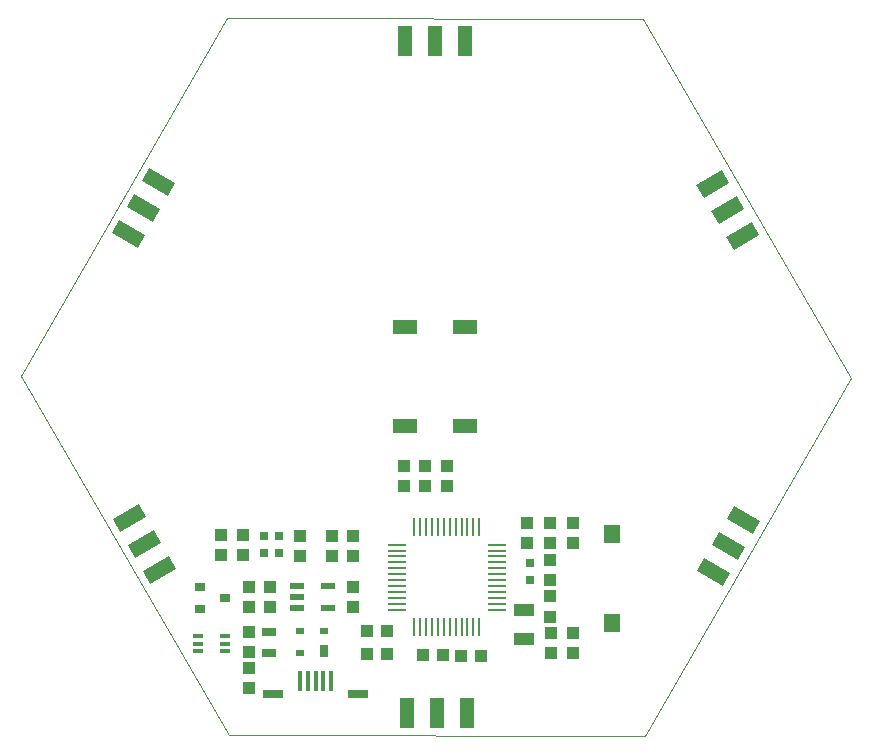
<source format=gtp>
G75*
%MOIN*%
%OFA0B0*%
%FSLAX25Y25*%
%IPPOS*%
%LPD*%
%AMOC8*
5,1,8,0,0,1.08239X$1,22.5*
%
%ADD10C,0.00000*%
%ADD11R,0.03937X0.04331*%
%ADD12R,0.04331X0.03937*%
%ADD13R,0.02371X0.03551*%
%ADD14R,0.02367X0.01966*%
%ADD15R,0.02357X0.01963*%
%ADD16R,0.02357X0.01977*%
%ADD17R,0.02756X0.03937*%
%ADD18R,0.02756X0.02362*%
%ADD19R,0.04724X0.03150*%
%ADD20R,0.05000X0.10000*%
%ADD21R,0.10000X0.05000*%
%ADD22R,0.02756X0.02953*%
%ADD23R,0.03150X0.03150*%
%ADD24R,0.03543X0.03150*%
%ADD25R,0.04724X0.02165*%
%ADD26R,0.03350X0.01400*%
%ADD27R,0.05906X0.01102*%
%ADD28R,0.01102X0.05906*%
%ADD29R,0.01575X0.07087*%
%ADD30R,0.06693X0.02500*%
%ADD31R,0.07087X0.03937*%
%ADD32R,0.07972X0.05020*%
%ADD33R,0.05512X0.06299*%
D10*
X0156177Y0131750D02*
X0294617Y0131378D01*
X0363514Y0250712D01*
X0293972Y0370419D01*
X0155532Y0370791D01*
X0086634Y0251457D01*
X0156177Y0131750D01*
D11*
X0162624Y0147315D03*
X0162624Y0154008D03*
X0162674Y0174365D03*
X0162674Y0181058D03*
X0153374Y0191565D03*
X0153374Y0198258D03*
X0197524Y0181058D03*
X0197524Y0174365D03*
X0201978Y0158562D03*
X0208670Y0158562D03*
X0255424Y0195615D03*
X0255424Y0202308D03*
X0262937Y0202321D03*
X0262937Y0195628D03*
X0262974Y0190008D03*
X0262974Y0183315D03*
X0263074Y0177908D03*
X0263074Y0171215D03*
X0263274Y0165708D03*
X0263274Y0159015D03*
X0221524Y0214667D03*
X0221524Y0221360D03*
D12*
X0214325Y0221408D03*
X0214325Y0214715D03*
X0228725Y0214715D03*
X0228725Y0221408D03*
X0197374Y0198108D03*
X0197374Y0191415D03*
X0190274Y0191465D03*
X0190274Y0198158D03*
X0179624Y0198108D03*
X0179624Y0191415D03*
X0169674Y0181058D03*
X0169674Y0174365D03*
X0162674Y0166058D03*
X0162674Y0159365D03*
X0160724Y0191565D03*
X0160724Y0198258D03*
X0201978Y0166512D03*
X0208670Y0166512D03*
X0220628Y0158262D03*
X0227320Y0158262D03*
X0233328Y0158212D03*
X0240020Y0158212D03*
X0270574Y0158965D03*
X0270574Y0165658D03*
X0270574Y0195665D03*
X0270574Y0202358D03*
D13*
X0187565Y0159755D03*
D14*
X0187564Y0166453D03*
D15*
X0179684Y0166455D03*
D16*
X0179685Y0158967D03*
D17*
X0187561Y0159759D03*
D18*
X0187561Y0166452D03*
X0179687Y0166452D03*
X0179687Y0158972D03*
D19*
X0169324Y0159068D03*
X0169324Y0166155D03*
D20*
X0215397Y0139064D03*
X0225397Y0139064D03*
X0235397Y0139064D03*
X0234752Y0363105D03*
X0224752Y0363105D03*
X0214752Y0363105D03*
D21*
G36*
X0135658Y0311369D02*
X0126998Y0316368D01*
X0129498Y0320699D01*
X0138158Y0315700D01*
X0135658Y0311369D01*
G37*
G36*
X0130658Y0302709D02*
X0121998Y0307708D01*
X0124498Y0312039D01*
X0133158Y0307040D01*
X0130658Y0302709D01*
G37*
G36*
X0125658Y0294049D02*
X0116998Y0299048D01*
X0119498Y0303379D01*
X0128158Y0298380D01*
X0125658Y0294049D01*
G37*
G36*
X0128481Y0204348D02*
X0119821Y0199349D01*
X0117321Y0203680D01*
X0125981Y0208679D01*
X0128481Y0204348D01*
G37*
G36*
X0133481Y0195688D02*
X0124821Y0190689D01*
X0122321Y0195020D01*
X0130981Y0200019D01*
X0133481Y0195688D01*
G37*
G36*
X0138481Y0187027D02*
X0129821Y0182028D01*
X0127321Y0186359D01*
X0135981Y0191358D01*
X0138481Y0187027D01*
G37*
G36*
X0314490Y0190800D02*
X0323150Y0185801D01*
X0320650Y0181470D01*
X0311990Y0186469D01*
X0314490Y0190800D01*
G37*
G36*
X0319490Y0199460D02*
X0328150Y0194461D01*
X0325650Y0190130D01*
X0316990Y0195129D01*
X0319490Y0199460D01*
G37*
G36*
X0324490Y0208120D02*
X0333150Y0203121D01*
X0330650Y0198790D01*
X0321990Y0203789D01*
X0324490Y0208120D01*
G37*
G36*
X0321713Y0297758D02*
X0330373Y0302757D01*
X0332873Y0298426D01*
X0324213Y0293427D01*
X0321713Y0297758D01*
G37*
G36*
X0316713Y0306418D02*
X0325373Y0311417D01*
X0327873Y0307086D01*
X0319213Y0302087D01*
X0316713Y0306418D01*
G37*
G36*
X0311713Y0315078D02*
X0320373Y0320077D01*
X0322873Y0315746D01*
X0314213Y0310747D01*
X0311713Y0315078D01*
G37*
D22*
X0256424Y0189066D03*
X0256424Y0183357D03*
D23*
X0172674Y0192259D03*
X0167674Y0192259D03*
X0167674Y0198164D03*
X0172674Y0198164D03*
D24*
X0154605Y0177362D03*
X0146337Y0181102D03*
X0146337Y0173622D03*
D25*
X0178806Y0173972D03*
X0178806Y0177712D03*
X0178806Y0181452D03*
X0189042Y0181452D03*
X0189042Y0173972D03*
D26*
X0154699Y0164771D03*
X0154699Y0162212D03*
X0154699Y0159653D03*
X0145749Y0159653D03*
X0145749Y0162212D03*
X0145749Y0164771D03*
D27*
X0211891Y0173512D03*
X0211891Y0175481D03*
X0211891Y0177449D03*
X0211891Y0179418D03*
X0211891Y0181386D03*
X0211891Y0183355D03*
X0211891Y0185323D03*
X0211891Y0187292D03*
X0211891Y0189260D03*
X0211891Y0191229D03*
X0211891Y0193197D03*
X0211891Y0195166D03*
X0245356Y0195166D03*
X0245356Y0193197D03*
X0245356Y0191229D03*
X0245356Y0189260D03*
X0245356Y0187292D03*
X0245356Y0185323D03*
X0245356Y0183355D03*
X0245356Y0181386D03*
X0245356Y0179418D03*
X0245356Y0177449D03*
X0245356Y0175481D03*
X0245356Y0173512D03*
D28*
X0239451Y0167607D03*
X0237482Y0167607D03*
X0235514Y0167607D03*
X0233545Y0167607D03*
X0231577Y0167607D03*
X0229608Y0167607D03*
X0227640Y0167607D03*
X0225671Y0167607D03*
X0223702Y0167607D03*
X0221734Y0167607D03*
X0219765Y0167607D03*
X0217797Y0167607D03*
X0217797Y0201071D03*
X0219765Y0201071D03*
X0221734Y0201071D03*
X0223702Y0201071D03*
X0225671Y0201071D03*
X0227640Y0201071D03*
X0229608Y0201071D03*
X0231577Y0201071D03*
X0233545Y0201071D03*
X0235514Y0201071D03*
X0237482Y0201071D03*
X0239451Y0201071D03*
D29*
X0190047Y0149819D03*
X0187488Y0149819D03*
X0184929Y0149819D03*
X0182370Y0149819D03*
X0179811Y0149819D03*
D30*
X0170756Y0145489D03*
X0199103Y0145489D03*
D31*
X0254524Y0163690D03*
X0254524Y0173533D03*
D32*
X0234567Y0234847D03*
X0214586Y0234847D03*
X0214586Y0267619D03*
X0234567Y0267619D03*
D33*
X0283700Y0198651D03*
X0283700Y0169124D03*
M02*

</source>
